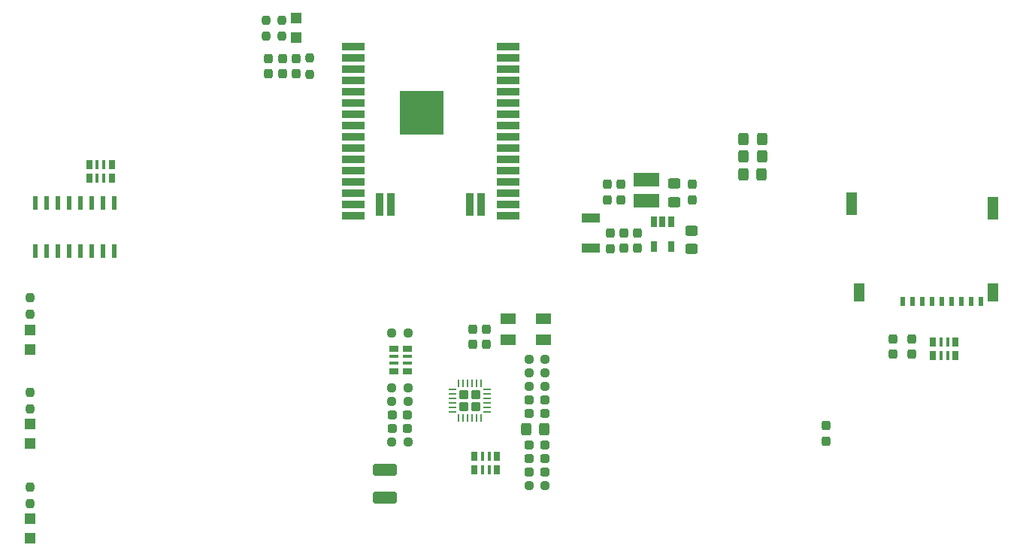
<source format=gbr>
%TF.GenerationSoftware,KiCad,Pcbnew,(6.0.5)*%
%TF.CreationDate,2022-09-05T15:54:14+03:00*%
%TF.ProjectId,KartliGecis_v1,4b617274-6c69-4476-9563-69735f76312e,v1.0*%
%TF.SameCoordinates,Original*%
%TF.FileFunction,Paste,Top*%
%TF.FilePolarity,Positive*%
%FSLAX46Y46*%
G04 Gerber Fmt 4.6, Leading zero omitted, Abs format (unit mm)*
G04 Created by KiCad (PCBNEW (6.0.5)) date 2022-09-05 15:54:14*
%MOMM*%
%LPD*%
G01*
G04 APERTURE LIST*
G04 Aperture macros list*
%AMRoundRect*
0 Rectangle with rounded corners*
0 $1 Rounding radius*
0 $2 $3 $4 $5 $6 $7 $8 $9 X,Y pos of 4 corners*
0 Add a 4 corners polygon primitive as box body*
4,1,4,$2,$3,$4,$5,$6,$7,$8,$9,$2,$3,0*
0 Add four circle primitives for the rounded corners*
1,1,$1+$1,$2,$3*
1,1,$1+$1,$4,$5*
1,1,$1+$1,$6,$7*
1,1,$1+$1,$8,$9*
0 Add four rect primitives between the rounded corners*
20,1,$1+$1,$2,$3,$4,$5,0*
20,1,$1+$1,$4,$5,$6,$7,0*
20,1,$1+$1,$6,$7,$8,$9,0*
20,1,$1+$1,$8,$9,$2,$3,0*%
G04 Aperture macros list end*
%ADD10RoundRect,0.237500X-0.287500X-0.237500X0.287500X-0.237500X0.287500X0.237500X-0.287500X0.237500X0*%
%ADD11RoundRect,0.250000X1.100000X-0.412500X1.100000X0.412500X-1.100000X0.412500X-1.100000X-0.412500X0*%
%ADD12RoundRect,0.237500X-0.237500X0.287500X-0.237500X-0.287500X0.237500X-0.287500X0.237500X0.287500X0*%
%ADD13RoundRect,0.237500X0.237500X-0.287500X0.237500X0.287500X-0.237500X0.287500X-0.237500X-0.287500X0*%
%ADD14R,0.500000X1.000000*%
%ADD15R,1.200000X2.000000*%
%ADD16R,1.300000X2.500000*%
%ADD17RoundRect,0.237500X0.250000X0.237500X-0.250000X0.237500X-0.250000X-0.237500X0.250000X-0.237500X0*%
%ADD18RoundRect,0.237500X-0.250000X-0.237500X0.250000X-0.237500X0.250000X0.237500X-0.250000X0.237500X0*%
%ADD19R,0.635000X1.016000*%
%ADD20R,0.381000X1.016000*%
%ADD21RoundRect,0.250000X0.275000X0.275000X-0.275000X0.275000X-0.275000X-0.275000X0.275000X-0.275000X0*%
%ADD22RoundRect,0.062500X0.350000X0.062500X-0.350000X0.062500X-0.350000X-0.062500X0.350000X-0.062500X0*%
%ADD23RoundRect,0.062500X0.062500X0.350000X-0.062500X0.350000X-0.062500X-0.350000X0.062500X-0.350000X0*%
%ADD24R,1.800000X1.200000*%
%ADD25R,0.650000X1.200000*%
%ADD26RoundRect,0.250000X0.450000X-0.325000X0.450000X0.325000X-0.450000X0.325000X-0.450000X-0.325000X0*%
%ADD27R,3.000000X1.600000*%
%ADD28RoundRect,0.250000X-0.450000X0.325000X-0.450000X-0.325000X0.450000X-0.325000X0.450000X0.325000X0*%
%ADD29R,1.998980X1.100760*%
%ADD30RoundRect,0.237500X0.237500X-0.250000X0.237500X0.250000X-0.237500X0.250000X-0.237500X-0.250000X0*%
%ADD31RoundRect,0.237500X0.287500X0.237500X-0.287500X0.237500X-0.287500X-0.237500X0.287500X-0.237500X0*%
%ADD32R,2.500000X0.900000*%
%ADD33R,0.900000X2.500000*%
%ADD34R,5.000000X5.000000*%
%ADD35R,0.600000X1.500000*%
%ADD36R,1.200000X1.200000*%
%ADD37RoundRect,0.237500X-0.237500X0.250000X-0.237500X-0.250000X0.237500X-0.250000X0.237500X0.250000X0*%
%ADD38RoundRect,0.250000X-0.325000X-0.450000X0.325000X-0.450000X0.325000X0.450000X-0.325000X0.450000X0*%
%ADD39RoundRect,0.250000X0.325000X0.450000X-0.325000X0.450000X-0.325000X-0.450000X0.325000X-0.450000X0*%
%ADD40R,1.016000X0.635000*%
%ADD41R,1.016000X0.381000*%
G04 APERTURE END LIST*
D10*
%TO.C,C1*%
X95594200Y-93421200D03*
X97344200Y-93421200D03*
%TD*%
%TO.C,C7*%
X111037400Y-95275400D03*
X112787400Y-95275400D03*
%TD*%
%TO.C,C8*%
X111037400Y-96799400D03*
X112787400Y-96799400D03*
%TD*%
%TO.C,C9*%
X111036400Y-98323400D03*
X112786400Y-98323400D03*
%TD*%
D11*
%TO.C,C12*%
X94792800Y-101232100D03*
X94792800Y-98107100D03*
%TD*%
D10*
%TO.C,C13*%
X95594200Y-91897200D03*
X97344200Y-91897200D03*
%TD*%
D12*
%TO.C,C14*%
X129390756Y-65952400D03*
X129390756Y-67702400D03*
%TD*%
D13*
%TO.C,C20*%
X151993600Y-85099100D03*
X151993600Y-83349100D03*
%TD*%
%TO.C,C22*%
X144449800Y-94855000D03*
X144449800Y-93105000D03*
%TD*%
D14*
%TO.C,J4*%
X153071000Y-79105000D03*
X154171000Y-79155000D03*
X155271000Y-79155000D03*
X156371000Y-79155000D03*
X157471000Y-79155000D03*
X158571000Y-79155000D03*
D15*
X148221000Y-78155000D03*
D16*
X163271000Y-68655000D03*
D15*
X163271000Y-78155000D03*
D16*
X147371000Y-68155000D03*
D14*
X159671000Y-79155000D03*
X160771000Y-79155000D03*
X161871000Y-79155000D03*
%TD*%
D17*
%TO.C,R1*%
X97381700Y-82702400D03*
X95556700Y-82702400D03*
%TD*%
D18*
%TO.C,R2*%
X95556700Y-88849200D03*
X97381700Y-88849200D03*
%TD*%
D17*
%TO.C,R3*%
X97381700Y-94945200D03*
X95556700Y-94945200D03*
%TD*%
D18*
%TO.C,R8*%
X110999900Y-87198200D03*
X112824900Y-87198200D03*
%TD*%
%TO.C,R11*%
X110999900Y-88722200D03*
X112824900Y-88722200D03*
%TD*%
D17*
%TO.C,R15*%
X97381700Y-90373200D03*
X95556700Y-90373200D03*
%TD*%
D19*
%TO.C,RM2*%
X107416600Y-96545400D03*
X107416600Y-98069400D03*
D20*
X106527600Y-96545400D03*
X106527600Y-98069400D03*
X105765600Y-96545400D03*
X105765600Y-98069400D03*
D19*
X104876600Y-96545400D03*
X104876600Y-98069400D03*
%TD*%
D21*
%TO.C,U3*%
X103693200Y-90972400D03*
X103693200Y-89672400D03*
X104993200Y-89672400D03*
X104993200Y-90972400D03*
D22*
X106280700Y-91572400D03*
X106280700Y-91072400D03*
X106280700Y-90572400D03*
X106280700Y-90072400D03*
X106280700Y-89572400D03*
X106280700Y-89072400D03*
D23*
X105593200Y-88384900D03*
X105093200Y-88384900D03*
X104593200Y-88384900D03*
X104093200Y-88384900D03*
X103593200Y-88384900D03*
X103093200Y-88384900D03*
D22*
X102405700Y-89072400D03*
X102405700Y-89572400D03*
X102405700Y-90072400D03*
X102405700Y-90572400D03*
X102405700Y-91072400D03*
X102405700Y-91572400D03*
D23*
X103093200Y-92259900D03*
X103593200Y-92259900D03*
X104093200Y-92259900D03*
X104593200Y-92259900D03*
X105093200Y-92259900D03*
X105593200Y-92259900D03*
%TD*%
D24*
%TO.C,Y1*%
X112649000Y-81089800D03*
X108649000Y-81089800D03*
X108649000Y-83489800D03*
X112649000Y-83489800D03*
%TD*%
D25*
%TO.C,U4*%
X127001256Y-70143900D03*
X126051256Y-70143900D03*
X125101256Y-70143900D03*
X125101256Y-72943900D03*
X127001256Y-72943900D03*
%TD*%
D26*
%TO.C,R16*%
X127358756Y-67927400D03*
X127358756Y-65877400D03*
%TD*%
D27*
%TO.C,L1*%
X124256800Y-67830400D03*
X124256800Y-65430400D03*
%TD*%
D28*
%TO.C,R17*%
X129314556Y-71144900D03*
X129314556Y-73194900D03*
%TD*%
D12*
%TO.C,C19*%
X121384200Y-65952400D03*
X121384200Y-67702400D03*
%TD*%
D29*
%TO.C,D2*%
X117977898Y-73144372D03*
X117977898Y-69785700D03*
%TD*%
D12*
%TO.C,C18*%
X119837200Y-65927000D03*
X119837200Y-67677000D03*
%TD*%
D13*
%TO.C,C17*%
X120192800Y-73188800D03*
X120192800Y-71438800D03*
%TD*%
%TO.C,C16*%
X121716800Y-73163400D03*
X121716800Y-71413400D03*
%TD*%
%TO.C,C15*%
X123240800Y-73163400D03*
X123240800Y-71413400D03*
%TD*%
D30*
%TO.C,R5*%
X86309200Y-53541300D03*
X86309200Y-51716300D03*
%TD*%
D13*
%TO.C,C4*%
X84785200Y-53503800D03*
X84785200Y-51753800D03*
%TD*%
D12*
%TO.C,C3*%
X81635600Y-51753800D03*
X81635600Y-53503800D03*
%TD*%
%TO.C,C2*%
X83210400Y-51753800D03*
X83210400Y-53503800D03*
%TD*%
D31*
%TO.C,C6*%
X112787400Y-90220800D03*
X111037400Y-90220800D03*
%TD*%
%TO.C,C5*%
X112787400Y-91770200D03*
X111037400Y-91770200D03*
%TD*%
D32*
%TO.C,U1*%
X91173600Y-50419000D03*
X91173600Y-51689000D03*
X91173600Y-52959000D03*
X91173600Y-54229000D03*
X91173600Y-55499000D03*
X91173600Y-56769000D03*
X91173600Y-58039000D03*
X91173600Y-59309000D03*
X91173600Y-60579000D03*
X91173600Y-61849000D03*
X91173600Y-63119000D03*
X91173600Y-64389000D03*
X91173600Y-65659000D03*
X91173600Y-66929000D03*
D33*
X94208600Y-68179000D03*
D32*
X91173600Y-68199000D03*
D33*
X95478600Y-68179000D03*
D32*
X91173600Y-69469000D03*
D33*
X104368600Y-68179000D03*
D32*
X108673600Y-69469000D03*
X108673600Y-68199000D03*
D33*
X105638600Y-68179000D03*
D32*
X108673600Y-66929000D03*
X108673600Y-65659000D03*
X108673600Y-64389000D03*
X108673600Y-63119000D03*
X108673600Y-61849000D03*
X108673600Y-60579000D03*
X108673600Y-59309000D03*
X108673600Y-58039000D03*
X108673600Y-56769000D03*
X108673600Y-55499000D03*
X108673600Y-54229000D03*
X108673600Y-52959000D03*
X108673600Y-51689000D03*
X108673600Y-50419000D03*
D34*
X98923600Y-57919000D03*
%TD*%
D13*
%TO.C,C21*%
X154076400Y-85099100D03*
X154076400Y-83349100D03*
%TD*%
D17*
%TO.C,R13*%
X112823900Y-99872800D03*
X110998900Y-99872800D03*
%TD*%
%TO.C,R7*%
X112824900Y-85674200D03*
X110999900Y-85674200D03*
%TD*%
D19*
%TO.C,RM4*%
X159054800Y-83718400D03*
X159054800Y-85242400D03*
D20*
X158165800Y-83718400D03*
X158165800Y-85242400D03*
X157403800Y-83718400D03*
X157403800Y-85242400D03*
D19*
X156514800Y-83718400D03*
X156514800Y-85242400D03*
%TD*%
D35*
%TO.C,U9*%
X64312800Y-68064400D03*
X63042800Y-68064400D03*
X61772800Y-68064400D03*
X60502800Y-68064400D03*
X59232800Y-68064400D03*
X57962800Y-68064400D03*
X56692800Y-68064400D03*
X55422800Y-68064400D03*
X55422800Y-73464400D03*
X56692800Y-73464400D03*
X57962800Y-73464400D03*
X59232800Y-73464400D03*
X60502800Y-73464400D03*
X61772800Y-73464400D03*
X63042800Y-73464400D03*
X64312800Y-73464400D03*
%TD*%
D36*
%TO.C,D1*%
X84785200Y-49457700D03*
X84785200Y-47257700D03*
%TD*%
%TO.C,D4*%
X54787800Y-95173800D03*
X54787800Y-92973800D03*
%TD*%
D37*
%TO.C,R22*%
X54787800Y-100054400D03*
X54787800Y-101879400D03*
%TD*%
D13*
%TO.C,C10*%
X104648000Y-83983800D03*
X104648000Y-82233800D03*
%TD*%
D38*
%TO.C,R12*%
X135169800Y-64820800D03*
X137219800Y-64820800D03*
%TD*%
D37*
%TO.C,R4*%
X83149400Y-47445200D03*
X83149400Y-49270200D03*
%TD*%
D39*
%TO.C,FB1*%
X112734200Y-93497400D03*
X110684200Y-93497400D03*
%TD*%
D37*
%TO.C,R23*%
X81407000Y-47445200D03*
X81407000Y-49270200D03*
%TD*%
D36*
%TO.C,D5*%
X54787800Y-105833900D03*
X54787800Y-103633900D03*
%TD*%
D13*
%TO.C,C11*%
X106172000Y-83983800D03*
X106172000Y-82233800D03*
%TD*%
D40*
%TO.C,RM1*%
X95808800Y-84455000D03*
X97332800Y-84455000D03*
D41*
X95808800Y-85344000D03*
X97332800Y-85344000D03*
X95808800Y-86106000D03*
X97332800Y-86106000D03*
D40*
X95808800Y-86995000D03*
X97332800Y-86995000D03*
%TD*%
D36*
%TO.C,D3*%
X54762400Y-84572200D03*
X54762400Y-82372200D03*
%TD*%
D37*
%TO.C,R20*%
X54762400Y-78716500D03*
X54762400Y-80541500D03*
%TD*%
D38*
%TO.C,R9*%
X135195200Y-62839600D03*
X137245200Y-62839600D03*
%TD*%
D19*
%TO.C,RM3*%
X61468000Y-65278000D03*
X61468000Y-63754000D03*
D20*
X62357000Y-65278000D03*
X62357000Y-63754000D03*
X63119000Y-65278000D03*
X63119000Y-63754000D03*
D19*
X64008000Y-65278000D03*
X64008000Y-63754000D03*
%TD*%
D37*
%TO.C,R21*%
X54762400Y-89417700D03*
X54762400Y-91242700D03*
%TD*%
D38*
%TO.C,R10*%
X135195200Y-60883800D03*
X137245200Y-60883800D03*
%TD*%
M02*

</source>
